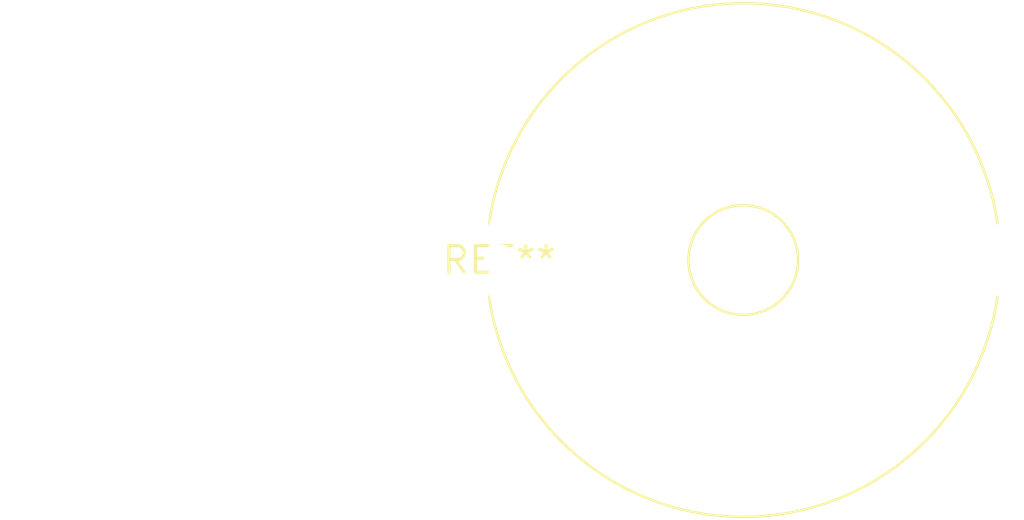
<source format=kicad_pcb>
(kicad_pcb (version 20240108) (generator pcbnew)
  (layers (0 "F.Cu" signal) (31 "B.Cu" signal) (34 "B.Paste" user) (35 "F.Paste" user) (36 "B.SilkS" user "B.Silkscreen") (37 "F.SilkS" user "F.Silkscreen") (38 "B.Mask" user) (39 "F.Mask" user) (44 "Edge.Cuts" user))
  (net 0 "")
  (footprint "L_Radial_D24.4mm_P23.40mm_Murata_1400series" (layer "F.Cu") (at 0 0)
    (property "Reference" "REF**")
    (property "Value" "L_Radial_D24.4mm_P23.40mm_Murata_1400series")
    (fp_arc (start -0.493638 -1.76) (mid 11.7 -12.32) (end 23.893638 -1.76) (layer "F.SilkS") (stroke (width 0.12)))
    (fp_arc (start 23.893638 1.76) (mid 11.7 12.32) (end -0.493638 1.76) (layer "F.SilkS") (stroke (width 0.12)))
    (fp_circle (center 11.7 0) (end 14.33 0) (layer "F.SilkS") (stroke (width 0.12)) (fill none))
    (pad "1" thru_hole circle (at 0 0) (size 3 3) (drill 1.5) (layers *.Cu *.Mask) (remove_unused_layers))
    (pad "2" thru_hole circle (at 23.4 0) (size 3 3) (drill 1.5) (layers *.Cu *.Mask) (remove_unused_layers))
  )
)
</source>
